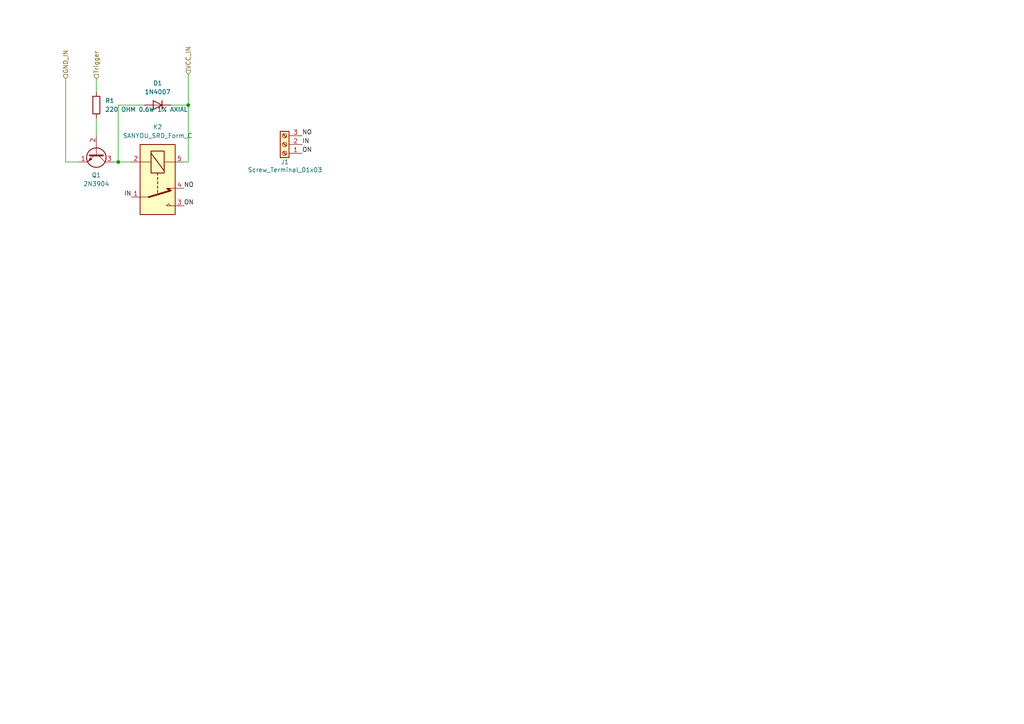
<source format=kicad_sch>
(kicad_sch (version 20250114) (generator "eeschema") (generator_version "9.0")
  (paper "A4")
  (lib_symbols
    (symbol "Connector:Screw_Terminal_01x03" (pin_names (offset 1.016) (hide yes))
      (property "Reference" "J" (at 0 5.08 0))
      (property "Value" "Screw_Terminal_01x03" (at 0 -5.08 0))
      (symbol "Screw_Terminal_01x03_1_1"
        (rectangle (start -1.27 3.81) (end 1.27 -3.81) (stroke (width 0.254)) (fill (type background)))
        (polyline (pts (xy -0.5334 2.8702) (xy 0.3302 2.032)) (stroke (width 0.1524)))
        (polyline (pts (xy -0.5334 0.3302) (xy 0.3302 -0.508)) (stroke (width 0.1524)))
        (polyline (pts (xy -0.5334 -2.2098) (xy 0.3302 -3.048)) (stroke (width 0.1524)))
        (polyline (pts (xy -0.3556 3.048) (xy 0.508 2.2098)) (stroke (width 0.1524)))
        (polyline (pts (xy -0.3556 0.508) (xy 0.508 -0.3302)) (stroke (width 0.1524)))
        (polyline (pts (xy -0.3556 -2.032) (xy 0.508 -2.8702)) (stroke (width 0.1524)))
        (circle (center 0 2.54) (radius 0.635) (stroke (width 0.1524)))
        (circle (center 0 0) (radius 0.635) (stroke (width 0.1524)))
        (circle (center 0 -2.54) (radius 0.635) (stroke (width 0.1524)))
        (pin passive line (at -5.08 2.54 0) (length 3.81) (name "Pin_1") (number "1"))
        (pin passive line (at -5.08 0 0) (length 3.81) (name "Pin_2") (number "2"))
        (pin passive line (at -5.08 -2.54 0) (length 3.81) (name "Pin_3") (number "3"))
      )
    )
    (symbol "Device:D" (pin_numbers (hide yes)) (pin_names (offset 1.016) (hide yes))
      (property "Reference" "D" (at 0 2.54 0))
      (property "Value" "D" (at 0 -2.54 0))
      (symbol "D_0_1"
        (polyline (pts (xy -1.27 1.27) (xy -1.27 -1.27)) (stroke (width 0.254)))
        (polyline (pts (xy 1.27 1.27) (xy 1.27 -1.27) (xy -1.27 0) (xy 1.27 1.27)) (stroke (width 0.254)))
        (polyline (pts (xy 1.27 0) (xy -1.27 0)))
      )
      (symbol "D_1_1"
        (pin passive line (at -3.81 0 0) (length 2.54) (name "K") (number "1"))
        (pin passive line (at 3.81 0 180) (length 2.54) (name "A") (number "2"))
      )
    )
    (symbol "Device:R" (pin_numbers (hide yes)) (pin_names (offset 0))
      (property "Reference" "R" (at 2.032 0 90))
      (property "Value" "R" (at 0 0 90))
      (symbol "R_0_1"
        (rectangle (start -1.016 -2.54) (end 1.016 2.54) (stroke (width 0.254)))
      )
      (symbol "R_1_1"
        (pin passive line (at 0 3.81 270) (length 1.27) (name "~") (number "1"))
        (pin passive line (at 0 -3.81 90) (length 1.27) (name "~") (number "2"))
      )
    )
    (symbol "Relay:SANYOU_SRD_Form_C"
      (property "Reference" "K" (at 11.43 3.81 0))
      (property "Value" "SANYOU_SRD_Form_C" (at 11.43 1.27 0))
      (symbol "SANYOU_SRD_Form_C_0_0"
        (polyline (pts (xy 7.62 5.08) (xy 7.62 2.54) (xy 6.985 3.175) (xy 7.62 3.81)))
      )
      (symbol "SANYOU_SRD_Form_C_0_1"
        (rectangle (start -10.16 5.08) (end 10.16 -5.08) (stroke (width 0.254)) (fill (type background)))
        (rectangle (start -8.255 1.905) (end -1.905 -1.905) (stroke (width 0.254)))
        (polyline (pts (xy -7.62 -1.905) (xy -2.54 1.905)) (stroke (width 0.254)))
        (polyline (pts (xy -5.08 5.08) (xy -5.08 1.905)))
        (polyline (pts (xy -5.08 -5.08) (xy -5.08 -1.905)))
        (polyline (pts (xy -1.905 0) (xy -1.27 0)) (stroke (width 0.254)))
        (polyline (pts (xy -0.635 0) (xy 0 0)) (stroke (width 0.254)))
        (polyline (pts (xy 0.635 0) (xy 1.27 0)) (stroke (width 0.254)))
        (polyline (pts (xy 1.905 0) (xy 2.54 0)) (stroke (width 0.254)))
        (polyline (pts (xy 3.175 0) (xy 3.81 0)) (stroke (width 0.254)))
        (polyline (pts (xy 5.08 -2.54) (xy 3.175 3.81)) (stroke (width 0.508)))
        (polyline (pts (xy 5.08 -2.54) (xy 5.08 -5.08)))
      )
      (symbol "SANYOU_SRD_Form_C_1_1"
        (polyline (pts (xy 2.54 3.81) (xy 3.175 3.175) (xy 2.54 2.54) (xy 2.54 5.08)) (fill (type outline)))
        (pin passive line (at -5.08 7.62 270) (length 2.54) (name "~") (number "5"))
        (pin passive line (at -5.08 -7.62 90) (length 2.54) (name "~") (number "2"))
        (pin passive line (at 2.54 7.62 270) (length 2.54) (name "~") (number "4"))
        (pin passive line (at 5.08 -7.62 90) (length 2.54) (name "~") (number "1"))
        (pin passive line (at 7.62 7.62 270) (length 2.54) (name "~") (number "3"))
      )
    )
    (symbol "Transistor_BJT:2N3904" (pin_names (offset 0) (hide yes))
      (property "Reference" "Q" (at 5.08 1.905 0))
      (property "Value" "2N3904" (at 5.08 0 0))
      (symbol "2N3904_0_1"
        (polyline (pts (xy -2.54 0) (xy 0.635 0)))
        (polyline (pts (xy 0.635 1.905) (xy 0.635 -1.905)) (stroke (width 0.508)))
        (circle (center 1.27 0) (radius 2.8194) (stroke (width 0.254)))
      )
      (symbol "2N3904_1_1"
        (polyline (pts (xy 0.635 0.635) (xy 2.54 2.54)))
        (polyline (pts (xy 0.635 -0.635) (xy 2.54 -2.54)))
        (polyline (pts (xy 1.27 -1.778) (xy 1.778 -1.27) (xy 2.286 -2.286) (xy 1.27 -1.778)) (fill (type outline)))
        (pin input line (at -5.08 0 0) (length 2.54) (name "B") (number "2"))
        (pin passive line (at 2.54 5.08 270) (length 2.54) (name "C") (number "3"))
        (pin passive line (at 2.54 -5.08 90) (length 2.54) (name "E") (number "1"))
      )
    )
  )
  (junction (at 34.29 46.99))
  (junction (at 54.61 30.48))
  (wire (pts (xy 34.29 46.99) (xy 38.1 46.99)))
  (wire (pts (xy 34.29 30.48) (xy 34.29 46.99)))
  (wire (pts (xy 53.34 46.99) (xy 54.61 46.99)))
  (wire (pts (xy 19.05 46.99) (xy 22.86 46.99)))
  (wire (pts (xy 19.05 22.86) (xy 19.05 46.99)))
  (wire (pts (xy 54.61 21.59) (xy 54.61 30.48)))
  (wire (pts (xy 41.91 30.48) (xy 34.29 30.48)))
  (wire (pts (xy 54.61 46.99) (xy 54.61 30.48)))
  (wire (pts (xy 33.02 46.99) (xy 34.29 46.99)))
  (wire (pts (xy 27.94 34.29) (xy 27.94 39.37)))
  (wire (pts (xy 49.53 30.48) (xy 54.61 30.48)))
  (wire (pts (xy 27.94 26.67) (xy 27.94 22.86)))
  (label "NO" (at 87.63 39.37 0))
  (label "IN" (at 38.1 57.15 180))
  (label "ON" (at 87.63 44.45 0))
  (label "ON" (at 53.34 59.69 0))
  (label "IN" (at 87.63 41.91 0))
  (label "NO" (at 53.34 54.61 0))
  (hierarchical_label "VCC_IN" (shape input) (at 54.61 21.59 90))
  (hierarchical_label "GND_IN" (shape input) (at 19.05 22.86 90))
  (hierarchical_label "Trigger" (shape input) (at 27.94 22.86 90))
  (symbol (lib_id "Device:R") (at 27.94 30.48 0) (unit 1)
    (property "Reference" "R1" (at 30.48 29.2099 0) (effects (justify left)))
    (property "Value" "220 OHM 0.6W 1% AXIAL" (at 30.48 31.7499 0) (effects (justify left)))
    (property "Footprint" "Resistor_THT:R_Axial_DIN0207_L6.3mm_D2.5mm_P7.62mm_Horizontal" (effects (hide yes)))
    (property "Datasheet" "https://www.vishay.com/docs/28766/mbxsma.pdf" (effects (hide yes)))
    (property "Description" "Resistor" (effects (hide yes)))
    (property "MPN" "MBB02070C2200FCT00" (effects (hide yes)))
    (instances (project "gartenbewaesserung" (path "" (reference "R1") (unit 1)) (path "" (reference "R3") (unit 1)) (path "" (reference "R2") (unit 1))))
  )
  (symbol (lib_id "Device:D") (at 45.72 30.48 0) (mirror y) (unit 1)
    (property "Reference" "D1" (at 45.72 24.13 0))
    (property "Value" "1N4007" (at 45.72 26.67 0))
    (property "Footprint" "Diode_THT:D_DO-41_SOD81_P7.62mm_Horizontal" (effects (hide yes)))
    (property "Description" "Diode" (effects (hide yes)))
    (property "Sim.Device" "D" (effects (hide yes)))
    (property "Sim.Pins" "1=K 2=A" (effects (hide yes)))
    (property "MPN" "1N4007" (effects (hide yes)))
    (instances (project "gartenbewaesserung" (path "" (reference "D1") (unit 1)) (path "" (reference "D3") (unit 1)) (path "" (reference "D2") (unit 1))))
  )
  (symbol (lib_id "Connector:Screw_Terminal_01x03") (at 82.55 41.91 180) (unit 1)
    (property "Reference" "J1" (at 83.8201 46.99 0) (effects (justify left)))
    (property "Value" "Screw_Terminal_01x03" (at 93.472 49.276 0) (effects (justify left)))
    (property "Footprint" "PhoenixContact:MKDSN 1,5_3-5,08" (effects (hide yes)))
    (property "Description" "Generic screw terminal, single row, 01x03, script generated (kicad-library-utils/schlib/autogen/connector/)" (effects (hide yes)))
    (property "MPN" "1729131" (effects (hide yes)))
    (instances (project "gartenbewaesserung" (path "" (reference "J1") (unit 1)) (path "" (reference "J5") (unit 1)) (path "" (reference "J4") (unit 1))))
  )
  (symbol (lib_id "Transistor_BJT:2N3904") (at 27.94 44.45 270) (unit 1)
    (property "Reference" "Q1" (at 27.94 50.8 90))
    (property "Value" "2N3904" (at 27.94 53.34 90))
    (property "Footprint" "Package_TO_SOT_THT:TO-92_Inline" (effects (hide yes)))
    (property "Datasheet" "https://www.onsemi.com/pub/Collateral/2N3903-D.PDF" (effects (hide yes)))
    (property "Description" "0.2A Ic, 40V Vce, Small Signal NPN Transistor, TO-92" (effects (hide yes)))
    (property "MPN" "2N3904" (effects (hide yes)))
    (instances (project "" (path "" (reference "Q1") (unit 1)) (path "" (reference "Q3") (unit 1)) (path "" (reference "Q2") (unit 1))))
  )
  (symbol (lib_id "Relay:SANYOU_SRD_Form_C") (at 45.72 52.07 270) (unit 1)
    (property "Reference" "K2" (at 45.72 36.83 90))
    (property "Value" "SANYOU_SRD_Form_C" (at 45.72 39.37 90))
    (property "Footprint" "Relay_THT:Relay_SPDT_SANYOU_SRD_Series_Form_C" (effects (hide yes)))
    (property "Datasheet" "http://www.sanyourelay.ca/public/products/pdf/SRD.pdf" (effects (hide yes)))
    (property "Description" "Sanyo SRD relay, Single Pole Miniature Power Relay," (effects (hide yes)))
    (property "MPN" "HF3FA/005-ZTF" (effects (hide yes)))
    (instances (project "gartenbewaesserung" (path "" (reference "K2") (unit 1)) (path "" (reference "K4") (unit 1)) (path "" (reference "K3") (unit 1))))
  )
)
</source>
